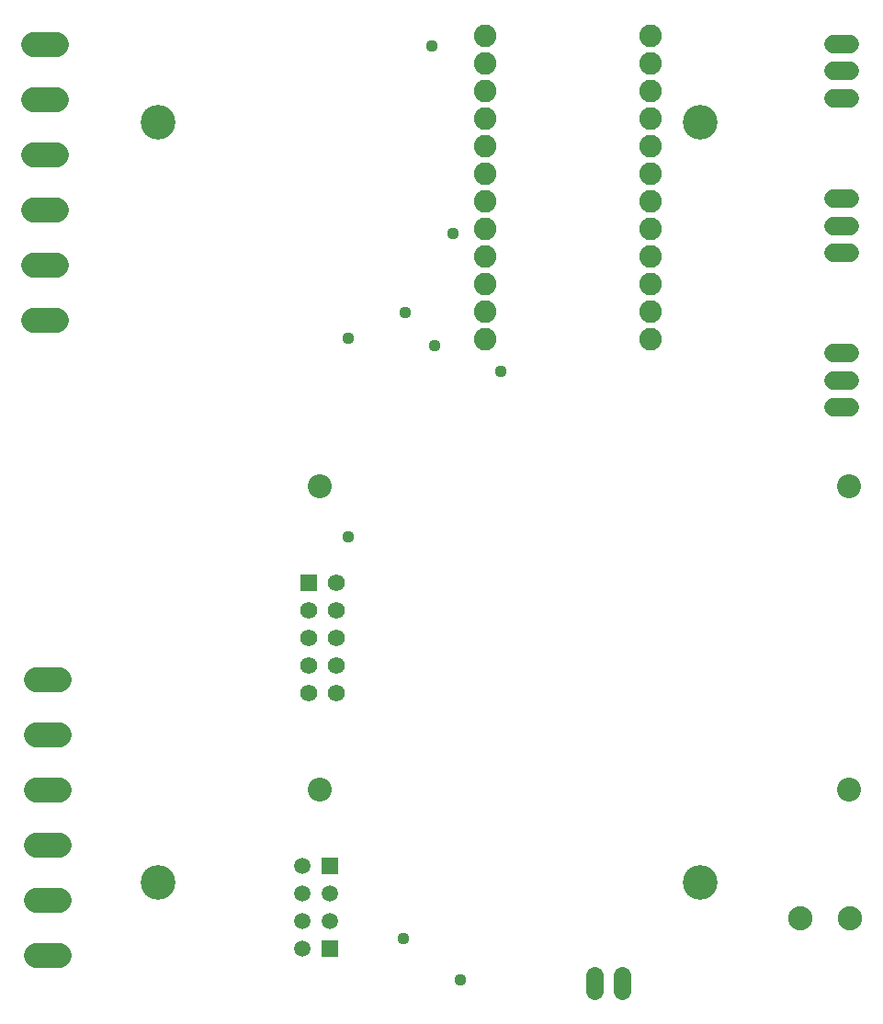
<source format=gbr>
G04 EAGLE Gerber RS-274X export*
G75*
%MOMM*%
%FSLAX34Y34*%
%LPD*%
%AMOC8*
5,1,8,0,0,1.08239X$1,22.5*%
G01*
%ADD10C,3.203200*%
%ADD11C,2.235200*%
%ADD12C,1.625600*%
%ADD13C,1.727200*%
%ADD14R,1.511200X1.511200*%
%ADD15C,1.511200*%
%ADD16C,2.082800*%
%ADD17C,2.203200*%
%ADD18C,1.561200*%
%ADD19R,1.561200X1.561200*%
%ADD20C,2.298700*%
%ADD21C,1.109600*%


D10*
X172500Y832500D03*
X672500Y832500D03*
X172500Y132500D03*
X672500Y132500D03*
D11*
X810000Y100000D03*
X764280Y100000D03*
D12*
X600200Y47112D02*
X600200Y32888D01*
X574800Y32888D02*
X574800Y47112D01*
D13*
X794880Y620000D02*
X810120Y620000D01*
X810120Y595000D02*
X794880Y595000D01*
X794880Y570000D02*
X810120Y570000D01*
X810120Y762500D02*
X794880Y762500D01*
X794880Y737500D02*
X810120Y737500D01*
X810120Y712500D02*
X794880Y712500D01*
D14*
X331125Y148250D03*
X331125Y72050D03*
D15*
X331125Y122850D03*
X331125Y97450D03*
X305725Y97450D03*
X305725Y122850D03*
X305725Y148250D03*
X305725Y72050D03*
D16*
X626200Y633000D03*
X626200Y658400D03*
X626200Y683800D03*
X626200Y709200D03*
X626200Y734600D03*
X626200Y760000D03*
X626200Y785400D03*
X626200Y810800D03*
X626200Y836200D03*
X626200Y861600D03*
X626200Y887000D03*
X626200Y912400D03*
X473800Y912400D03*
X473800Y887000D03*
X473800Y861600D03*
X473800Y836200D03*
X473800Y810800D03*
X473800Y785400D03*
X473800Y760000D03*
X473800Y734600D03*
X473800Y709200D03*
X473800Y683800D03*
X473800Y658400D03*
X473800Y633000D03*
D17*
X809240Y217800D03*
X321560Y217800D03*
X809240Y497200D03*
X321560Y497200D03*
D18*
X311400Y382900D03*
X311400Y357500D03*
X311400Y332100D03*
X311400Y306700D03*
X336800Y306700D03*
X336800Y332100D03*
X336800Y357500D03*
X336800Y382900D03*
X336800Y408300D03*
D19*
X311400Y408300D03*
D20*
X78778Y904500D02*
X57823Y904500D01*
X57823Y853700D02*
X78778Y853700D01*
X78778Y650500D02*
X57823Y650500D01*
X57823Y802900D02*
X78778Y802900D01*
X78778Y752100D02*
X57823Y752100D01*
X57823Y701300D02*
X78778Y701300D01*
X81278Y319500D02*
X60323Y319500D01*
X60323Y268700D02*
X81278Y268700D01*
X81278Y65500D02*
X60323Y65500D01*
X60323Y217900D02*
X81278Y217900D01*
X81278Y167100D02*
X60323Y167100D01*
X60323Y116300D02*
X81278Y116300D01*
D13*
X794880Y905000D02*
X810120Y905000D01*
X810120Y880000D02*
X794880Y880000D01*
X794880Y855000D02*
X810120Y855000D01*
D21*
X427625Y627000D03*
X451000Y42625D03*
X400125Y657250D03*
X424875Y903375D03*
X398750Y81125D03*
X488125Y603625D03*
X347875Y451000D03*
X444125Y730125D03*
X347875Y633875D03*
M02*

</source>
